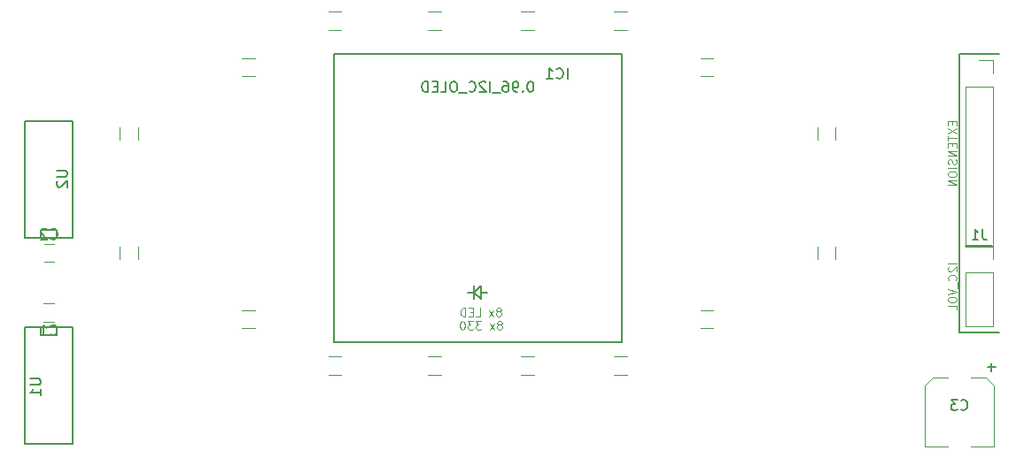
<source format=gbo>
G04 #@! TF.GenerationSoftware,KiCad,Pcbnew,(5.1.5)-3*
G04 #@! TF.CreationDate,2020-03-03T18:46:58+01:00*
G04 #@! TF.ProjectId,8bitWave Faceplate,38626974-5761-4766-9520-46616365706c,rev?*
G04 #@! TF.SameCoordinates,Original*
G04 #@! TF.FileFunction,Legend,Bot*
G04 #@! TF.FilePolarity,Positive*
%FSLAX46Y46*%
G04 Gerber Fmt 4.6, Leading zero omitted, Abs format (unit mm)*
G04 Created by KiCad (PCBNEW (5.1.5)-3) date 2020-03-03 18:46:58*
%MOMM*%
%LPD*%
G04 APERTURE LIST*
%ADD10C,0.200000*%
%ADD11C,0.100000*%
%ADD12C,0.150000*%
%ADD13C,0.120000*%
G04 APERTURE END LIST*
D10*
X120015000Y-116205000D02*
X119380000Y-116205000D01*
X120650000Y-116205000D02*
X121285000Y-116205000D01*
X120650000Y-116840000D02*
X120015000Y-116205000D01*
X120650000Y-115570000D02*
X120650000Y-116840000D01*
X120015000Y-116205000D02*
X120650000Y-115570000D01*
X120015000Y-115570000D02*
X120015000Y-116840000D01*
D11*
X122497619Y-119284761D02*
X122573809Y-119246666D01*
X122611904Y-119208571D01*
X122650000Y-119132380D01*
X122650000Y-119094285D01*
X122611904Y-119018095D01*
X122573809Y-118980000D01*
X122497619Y-118941904D01*
X122345238Y-118941904D01*
X122269047Y-118980000D01*
X122230952Y-119018095D01*
X122192857Y-119094285D01*
X122192857Y-119132380D01*
X122230952Y-119208571D01*
X122269047Y-119246666D01*
X122345238Y-119284761D01*
X122497619Y-119284761D01*
X122573809Y-119322857D01*
X122611904Y-119360952D01*
X122650000Y-119437142D01*
X122650000Y-119589523D01*
X122611904Y-119665714D01*
X122573809Y-119703809D01*
X122497619Y-119741904D01*
X122345238Y-119741904D01*
X122269047Y-119703809D01*
X122230952Y-119665714D01*
X122192857Y-119589523D01*
X122192857Y-119437142D01*
X122230952Y-119360952D01*
X122269047Y-119322857D01*
X122345238Y-119284761D01*
X121926190Y-119741904D02*
X121507142Y-119208571D01*
X121926190Y-119208571D02*
X121507142Y-119741904D01*
X120669047Y-118941904D02*
X120173809Y-118941904D01*
X120440476Y-119246666D01*
X120326190Y-119246666D01*
X120250000Y-119284761D01*
X120211904Y-119322857D01*
X120173809Y-119399047D01*
X120173809Y-119589523D01*
X120211904Y-119665714D01*
X120250000Y-119703809D01*
X120326190Y-119741904D01*
X120554761Y-119741904D01*
X120630952Y-119703809D01*
X120669047Y-119665714D01*
X119907142Y-118941904D02*
X119411904Y-118941904D01*
X119678571Y-119246666D01*
X119564285Y-119246666D01*
X119488095Y-119284761D01*
X119450000Y-119322857D01*
X119411904Y-119399047D01*
X119411904Y-119589523D01*
X119450000Y-119665714D01*
X119488095Y-119703809D01*
X119564285Y-119741904D01*
X119792857Y-119741904D01*
X119869047Y-119703809D01*
X119907142Y-119665714D01*
X118916666Y-118941904D02*
X118840476Y-118941904D01*
X118764285Y-118980000D01*
X118726190Y-119018095D01*
X118688095Y-119094285D01*
X118650000Y-119246666D01*
X118650000Y-119437142D01*
X118688095Y-119589523D01*
X118726190Y-119665714D01*
X118764285Y-119703809D01*
X118840476Y-119741904D01*
X118916666Y-119741904D01*
X118992857Y-119703809D01*
X119030952Y-119665714D01*
X119069047Y-119589523D01*
X119107142Y-119437142D01*
X119107142Y-119246666D01*
X119069047Y-119094285D01*
X119030952Y-119018095D01*
X118992857Y-118980000D01*
X118916666Y-118941904D01*
X122440476Y-118014761D02*
X122516666Y-117976666D01*
X122554761Y-117938571D01*
X122592857Y-117862380D01*
X122592857Y-117824285D01*
X122554761Y-117748095D01*
X122516666Y-117710000D01*
X122440476Y-117671904D01*
X122288095Y-117671904D01*
X122211904Y-117710000D01*
X122173809Y-117748095D01*
X122135714Y-117824285D01*
X122135714Y-117862380D01*
X122173809Y-117938571D01*
X122211904Y-117976666D01*
X122288095Y-118014761D01*
X122440476Y-118014761D01*
X122516666Y-118052857D01*
X122554761Y-118090952D01*
X122592857Y-118167142D01*
X122592857Y-118319523D01*
X122554761Y-118395714D01*
X122516666Y-118433809D01*
X122440476Y-118471904D01*
X122288095Y-118471904D01*
X122211904Y-118433809D01*
X122173809Y-118395714D01*
X122135714Y-118319523D01*
X122135714Y-118167142D01*
X122173809Y-118090952D01*
X122211904Y-118052857D01*
X122288095Y-118014761D01*
X121869047Y-118471904D02*
X121450000Y-117938571D01*
X121869047Y-117938571D02*
X121450000Y-118471904D01*
X120154761Y-118471904D02*
X120535714Y-118471904D01*
X120535714Y-117671904D01*
X119888095Y-118052857D02*
X119621428Y-118052857D01*
X119507142Y-118471904D02*
X119888095Y-118471904D01*
X119888095Y-117671904D01*
X119507142Y-117671904D01*
X119164285Y-118471904D02*
X119164285Y-117671904D01*
X118973809Y-117671904D01*
X118859523Y-117710000D01*
X118783333Y-117786190D01*
X118745238Y-117862380D01*
X118707142Y-118014761D01*
X118707142Y-118129047D01*
X118745238Y-118281428D01*
X118783333Y-118357619D01*
X118859523Y-118433809D01*
X118973809Y-118471904D01*
X119164285Y-118471904D01*
D10*
X166370000Y-93345000D02*
X170180000Y-93345000D01*
X166370000Y-120015000D02*
X166370000Y-93345000D01*
X167005000Y-111760000D02*
X169545000Y-111760000D01*
X170180000Y-120015000D02*
X166370000Y-120015000D01*
D12*
X78613000Y-119507000D02*
X78613000Y-120269000D01*
X78613000Y-120269000D02*
X80137000Y-120269000D01*
X80137000Y-120269000D02*
X80137000Y-119507000D01*
X77089000Y-130683000D02*
X81661000Y-130683000D01*
X81661000Y-130683000D02*
X81661000Y-119507000D01*
X81661000Y-119507000D02*
X77089000Y-119507000D01*
X77089000Y-119507000D02*
X77089000Y-130683000D01*
X134085000Y-120915000D02*
X134085000Y-93315000D01*
X106585000Y-120915000D02*
X134085000Y-120915000D01*
X106585000Y-93315000D02*
X106585000Y-120915000D01*
X106585000Y-93315000D02*
X134085000Y-93315000D01*
D13*
X169605000Y-111820000D02*
X166945000Y-111820000D01*
X169605000Y-96520000D02*
X169605000Y-111820000D01*
X166945000Y-96520000D02*
X166945000Y-111820000D01*
X169605000Y-96520000D02*
X166945000Y-96520000D01*
X169605000Y-95250000D02*
X169605000Y-93920000D01*
X169605000Y-93920000D02*
X168275000Y-93920000D01*
X169605000Y-119440000D02*
X166945000Y-119440000D01*
X169605000Y-114300000D02*
X169605000Y-119440000D01*
X166945000Y-114300000D02*
X166945000Y-119440000D01*
X169605000Y-114300000D02*
X166945000Y-114300000D01*
X169605000Y-113030000D02*
X169605000Y-111700000D01*
X169605000Y-111700000D02*
X168275000Y-111700000D01*
X79855000Y-118960000D02*
X78855000Y-118960000D01*
X78855000Y-117260000D02*
X79855000Y-117260000D01*
X78875000Y-111545000D02*
X79875000Y-111545000D01*
X79875000Y-113245000D02*
X78875000Y-113245000D01*
X169670000Y-130935000D02*
X167490000Y-130935000D01*
X163070000Y-130935000D02*
X165250000Y-130935000D01*
X168910000Y-124335000D02*
X167490000Y-124335000D01*
X163830000Y-124335000D02*
X165250000Y-124335000D01*
X169670000Y-130935000D02*
X169670000Y-125095000D01*
X169670000Y-125095000D02*
X168910000Y-124335000D01*
X163830000Y-124335000D02*
X163070000Y-125095000D01*
X163070000Y-125095000D02*
X163070000Y-130935000D01*
X142840000Y-117865000D02*
X141640000Y-117865000D01*
X141640000Y-119625000D02*
X142840000Y-119625000D01*
X134585000Y-122310000D02*
X133385000Y-122310000D01*
X133385000Y-124070000D02*
X134585000Y-124070000D01*
X125695000Y-122310000D02*
X124495000Y-122310000D01*
X124495000Y-124070000D02*
X125695000Y-124070000D01*
X116805000Y-122310000D02*
X115605000Y-122310000D01*
X115605000Y-124070000D02*
X116805000Y-124070000D01*
X107280000Y-122310000D02*
X106080000Y-122310000D01*
X106080000Y-124070000D02*
X107280000Y-124070000D01*
X99025000Y-117865000D02*
X97825000Y-117865000D01*
X97825000Y-119625000D02*
X99025000Y-119625000D01*
X87875000Y-112995000D02*
X87875000Y-111795000D01*
X86115000Y-111795000D02*
X86115000Y-112995000D01*
X87875000Y-101565000D02*
X87875000Y-100365000D01*
X86115000Y-100365000D02*
X86115000Y-101565000D01*
X97825000Y-95495000D02*
X99025000Y-95495000D01*
X99025000Y-93735000D02*
X97825000Y-93735000D01*
X106080000Y-91050000D02*
X107280000Y-91050000D01*
X107280000Y-89290000D02*
X106080000Y-89290000D01*
X115605000Y-91050000D02*
X116805000Y-91050000D01*
X116805000Y-89290000D02*
X115605000Y-89290000D01*
X125695000Y-89290000D02*
X124495000Y-89290000D01*
X124495000Y-91050000D02*
X125695000Y-91050000D01*
X133385000Y-91050000D02*
X134585000Y-91050000D01*
X134585000Y-89290000D02*
X133385000Y-89290000D01*
X141640000Y-95495000D02*
X142840000Y-95495000D01*
X142840000Y-93735000D02*
X141640000Y-93735000D01*
X152790000Y-100365000D02*
X152790000Y-101565000D01*
X154550000Y-101565000D02*
X154550000Y-100365000D01*
X152790000Y-111795000D02*
X152790000Y-112995000D01*
X154550000Y-112995000D02*
X154550000Y-111795000D01*
D12*
X80137000Y-110998000D02*
X80137000Y-110236000D01*
X80137000Y-110236000D02*
X78613000Y-110236000D01*
X78613000Y-110236000D02*
X78613000Y-110998000D01*
X81661000Y-99822000D02*
X77089000Y-99822000D01*
X77089000Y-99822000D02*
X77089000Y-110998000D01*
X77089000Y-110998000D02*
X81661000Y-110998000D01*
X81661000Y-110998000D02*
X81661000Y-99822000D01*
X77557380Y-124460095D02*
X78366904Y-124460095D01*
X78462142Y-124507714D01*
X78509761Y-124555333D01*
X78557380Y-124650571D01*
X78557380Y-124841047D01*
X78509761Y-124936285D01*
X78462142Y-124983904D01*
X78366904Y-125031523D01*
X77557380Y-125031523D01*
X78557380Y-126031523D02*
X78557380Y-125460095D01*
X78557380Y-125745809D02*
X77557380Y-125745809D01*
X77700238Y-125650571D01*
X77795476Y-125555333D01*
X77843095Y-125460095D01*
X128931190Y-95702380D02*
X128931190Y-94702380D01*
X127883571Y-95607142D02*
X127931190Y-95654761D01*
X128074047Y-95702380D01*
X128169285Y-95702380D01*
X128312142Y-95654761D01*
X128407380Y-95559523D01*
X128455000Y-95464285D01*
X128502619Y-95273809D01*
X128502619Y-95130952D01*
X128455000Y-94940476D01*
X128407380Y-94845238D01*
X128312142Y-94750000D01*
X128169285Y-94702380D01*
X128074047Y-94702380D01*
X127931190Y-94750000D01*
X127883571Y-94797619D01*
X126931190Y-95702380D02*
X127502619Y-95702380D01*
X127216904Y-95702380D02*
X127216904Y-94702380D01*
X127312142Y-94845238D01*
X127407380Y-94940476D01*
X127502619Y-94988095D01*
X125430238Y-95972380D02*
X125335000Y-95972380D01*
X125239761Y-96020000D01*
X125192142Y-96067619D01*
X125144523Y-96162857D01*
X125096904Y-96353333D01*
X125096904Y-96591428D01*
X125144523Y-96781904D01*
X125192142Y-96877142D01*
X125239761Y-96924761D01*
X125335000Y-96972380D01*
X125430238Y-96972380D01*
X125525476Y-96924761D01*
X125573095Y-96877142D01*
X125620714Y-96781904D01*
X125668333Y-96591428D01*
X125668333Y-96353333D01*
X125620714Y-96162857D01*
X125573095Y-96067619D01*
X125525476Y-96020000D01*
X125430238Y-95972380D01*
X124668333Y-96877142D02*
X124620714Y-96924761D01*
X124668333Y-96972380D01*
X124715952Y-96924761D01*
X124668333Y-96877142D01*
X124668333Y-96972380D01*
X124144523Y-96972380D02*
X123954047Y-96972380D01*
X123858809Y-96924761D01*
X123811190Y-96877142D01*
X123715952Y-96734285D01*
X123668333Y-96543809D01*
X123668333Y-96162857D01*
X123715952Y-96067619D01*
X123763571Y-96020000D01*
X123858809Y-95972380D01*
X124049285Y-95972380D01*
X124144523Y-96020000D01*
X124192142Y-96067619D01*
X124239761Y-96162857D01*
X124239761Y-96400952D01*
X124192142Y-96496190D01*
X124144523Y-96543809D01*
X124049285Y-96591428D01*
X123858809Y-96591428D01*
X123763571Y-96543809D01*
X123715952Y-96496190D01*
X123668333Y-96400952D01*
X122811190Y-95972380D02*
X123001666Y-95972380D01*
X123096904Y-96020000D01*
X123144523Y-96067619D01*
X123239761Y-96210476D01*
X123287380Y-96400952D01*
X123287380Y-96781904D01*
X123239761Y-96877142D01*
X123192142Y-96924761D01*
X123096904Y-96972380D01*
X122906428Y-96972380D01*
X122811190Y-96924761D01*
X122763571Y-96877142D01*
X122715952Y-96781904D01*
X122715952Y-96543809D01*
X122763571Y-96448571D01*
X122811190Y-96400952D01*
X122906428Y-96353333D01*
X123096904Y-96353333D01*
X123192142Y-96400952D01*
X123239761Y-96448571D01*
X123287380Y-96543809D01*
X122525476Y-97067619D02*
X121763571Y-97067619D01*
X121525476Y-96972380D02*
X121525476Y-95972380D01*
X121096904Y-96067619D02*
X121049285Y-96020000D01*
X120954047Y-95972380D01*
X120715952Y-95972380D01*
X120620714Y-96020000D01*
X120573095Y-96067619D01*
X120525476Y-96162857D01*
X120525476Y-96258095D01*
X120573095Y-96400952D01*
X121144523Y-96972380D01*
X120525476Y-96972380D01*
X119525476Y-96877142D02*
X119573095Y-96924761D01*
X119715952Y-96972380D01*
X119811190Y-96972380D01*
X119954047Y-96924761D01*
X120049285Y-96829523D01*
X120096904Y-96734285D01*
X120144523Y-96543809D01*
X120144523Y-96400952D01*
X120096904Y-96210476D01*
X120049285Y-96115238D01*
X119954047Y-96020000D01*
X119811190Y-95972380D01*
X119715952Y-95972380D01*
X119573095Y-96020000D01*
X119525476Y-96067619D01*
X119335000Y-97067619D02*
X118573095Y-97067619D01*
X118144523Y-95972380D02*
X117954047Y-95972380D01*
X117858809Y-96020000D01*
X117763571Y-96115238D01*
X117715952Y-96305714D01*
X117715952Y-96639047D01*
X117763571Y-96829523D01*
X117858809Y-96924761D01*
X117954047Y-96972380D01*
X118144523Y-96972380D01*
X118239761Y-96924761D01*
X118335000Y-96829523D01*
X118382619Y-96639047D01*
X118382619Y-96305714D01*
X118335000Y-96115238D01*
X118239761Y-96020000D01*
X118144523Y-95972380D01*
X116811190Y-96972380D02*
X117287380Y-96972380D01*
X117287380Y-95972380D01*
X116477857Y-96448571D02*
X116144523Y-96448571D01*
X116001666Y-96972380D02*
X116477857Y-96972380D01*
X116477857Y-95972380D01*
X116001666Y-95972380D01*
X115573095Y-96972380D02*
X115573095Y-95972380D01*
X115335000Y-95972380D01*
X115192142Y-96020000D01*
X115096904Y-96115238D01*
X115049285Y-96210476D01*
X115001666Y-96400952D01*
X115001666Y-96543809D01*
X115049285Y-96734285D01*
X115096904Y-96829523D01*
X115192142Y-96924761D01*
X115335000Y-96972380D01*
X115573095Y-96972380D01*
D11*
X165677857Y-99822380D02*
X165677857Y-100089047D01*
X166096904Y-100203333D02*
X166096904Y-99822380D01*
X165296904Y-99822380D01*
X165296904Y-100203333D01*
X165296904Y-100470000D02*
X166096904Y-101003333D01*
X165296904Y-101003333D02*
X166096904Y-100470000D01*
X165296904Y-101193809D02*
X165296904Y-101650952D01*
X166096904Y-101422380D02*
X165296904Y-101422380D01*
X165677857Y-101917619D02*
X165677857Y-102184285D01*
X166096904Y-102298571D02*
X166096904Y-101917619D01*
X165296904Y-101917619D01*
X165296904Y-102298571D01*
X166096904Y-102641428D02*
X165296904Y-102641428D01*
X166096904Y-103098571D01*
X165296904Y-103098571D01*
X166058809Y-103441428D02*
X166096904Y-103555714D01*
X166096904Y-103746190D01*
X166058809Y-103822380D01*
X166020714Y-103860476D01*
X165944523Y-103898571D01*
X165868333Y-103898571D01*
X165792142Y-103860476D01*
X165754047Y-103822380D01*
X165715952Y-103746190D01*
X165677857Y-103593809D01*
X165639761Y-103517619D01*
X165601666Y-103479523D01*
X165525476Y-103441428D01*
X165449285Y-103441428D01*
X165373095Y-103479523D01*
X165335000Y-103517619D01*
X165296904Y-103593809D01*
X165296904Y-103784285D01*
X165335000Y-103898571D01*
X166096904Y-104241428D02*
X165296904Y-104241428D01*
X165296904Y-104774761D02*
X165296904Y-104927142D01*
X165335000Y-105003333D01*
X165411190Y-105079523D01*
X165563571Y-105117619D01*
X165830238Y-105117619D01*
X165982619Y-105079523D01*
X166058809Y-105003333D01*
X166096904Y-104927142D01*
X166096904Y-104774761D01*
X166058809Y-104698571D01*
X165982619Y-104622380D01*
X165830238Y-104584285D01*
X165563571Y-104584285D01*
X165411190Y-104622380D01*
X165335000Y-104698571D01*
X165296904Y-104774761D01*
X166096904Y-105460476D02*
X165296904Y-105460476D01*
X166096904Y-105917619D01*
X165296904Y-105917619D01*
D12*
X168608333Y-110152380D02*
X168608333Y-110866666D01*
X168655952Y-111009523D01*
X168751190Y-111104761D01*
X168894047Y-111152380D01*
X168989285Y-111152380D01*
X167608333Y-111152380D02*
X168179761Y-111152380D01*
X167894047Y-111152380D02*
X167894047Y-110152380D01*
X167989285Y-110295238D01*
X168084523Y-110390476D01*
X168179761Y-110438095D01*
D11*
X166096904Y-113398571D02*
X165296904Y-113398571D01*
X165373095Y-113741428D02*
X165335000Y-113779523D01*
X165296904Y-113855714D01*
X165296904Y-114046190D01*
X165335000Y-114122380D01*
X165373095Y-114160476D01*
X165449285Y-114198571D01*
X165525476Y-114198571D01*
X165639761Y-114160476D01*
X166096904Y-113703333D01*
X166096904Y-114198571D01*
X166020714Y-114998571D02*
X166058809Y-114960476D01*
X166096904Y-114846190D01*
X166096904Y-114770000D01*
X166058809Y-114655714D01*
X165982619Y-114579523D01*
X165906428Y-114541428D01*
X165754047Y-114503333D01*
X165639761Y-114503333D01*
X165487380Y-114541428D01*
X165411190Y-114579523D01*
X165335000Y-114655714D01*
X165296904Y-114770000D01*
X165296904Y-114846190D01*
X165335000Y-114960476D01*
X165373095Y-114998571D01*
X166173095Y-115150952D02*
X166173095Y-115760476D01*
X165296904Y-115836666D02*
X166096904Y-116103333D01*
X165296904Y-116370000D01*
X165296904Y-116789047D02*
X165296904Y-116941428D01*
X165335000Y-117017619D01*
X165411190Y-117093809D01*
X165563571Y-117131904D01*
X165830238Y-117131904D01*
X165982619Y-117093809D01*
X166058809Y-117017619D01*
X166096904Y-116941428D01*
X166096904Y-116789047D01*
X166058809Y-116712857D01*
X165982619Y-116636666D01*
X165830238Y-116598571D01*
X165563571Y-116598571D01*
X165411190Y-116636666D01*
X165335000Y-116712857D01*
X165296904Y-116789047D01*
X166096904Y-117855714D02*
X166096904Y-117474761D01*
X165296904Y-117474761D01*
D12*
X79521666Y-120217142D02*
X79569285Y-120264761D01*
X79712142Y-120312380D01*
X79807380Y-120312380D01*
X79950238Y-120264761D01*
X80045476Y-120169523D01*
X80093095Y-120074285D01*
X80140714Y-119883809D01*
X80140714Y-119740952D01*
X80093095Y-119550476D01*
X80045476Y-119455238D01*
X79950238Y-119360000D01*
X79807380Y-119312380D01*
X79712142Y-119312380D01*
X79569285Y-119360000D01*
X79521666Y-119407619D01*
X78569285Y-120312380D02*
X79140714Y-120312380D01*
X78855000Y-120312380D02*
X78855000Y-119312380D01*
X78950238Y-119455238D01*
X79045476Y-119550476D01*
X79140714Y-119598095D01*
X79541666Y-111002142D02*
X79589285Y-111049761D01*
X79732142Y-111097380D01*
X79827380Y-111097380D01*
X79970238Y-111049761D01*
X80065476Y-110954523D01*
X80113095Y-110859285D01*
X80160714Y-110668809D01*
X80160714Y-110525952D01*
X80113095Y-110335476D01*
X80065476Y-110240238D01*
X79970238Y-110145000D01*
X79827380Y-110097380D01*
X79732142Y-110097380D01*
X79589285Y-110145000D01*
X79541666Y-110192619D01*
X79160714Y-110192619D02*
X79113095Y-110145000D01*
X79017857Y-110097380D01*
X78779761Y-110097380D01*
X78684523Y-110145000D01*
X78636904Y-110192619D01*
X78589285Y-110287857D01*
X78589285Y-110383095D01*
X78636904Y-110525952D01*
X79208333Y-111097380D01*
X78589285Y-111097380D01*
X166536666Y-127357142D02*
X166584285Y-127404761D01*
X166727142Y-127452380D01*
X166822380Y-127452380D01*
X166965238Y-127404761D01*
X167060476Y-127309523D01*
X167108095Y-127214285D01*
X167155714Y-127023809D01*
X167155714Y-126880952D01*
X167108095Y-126690476D01*
X167060476Y-126595238D01*
X166965238Y-126500000D01*
X166822380Y-126452380D01*
X166727142Y-126452380D01*
X166584285Y-126500000D01*
X166536666Y-126547619D01*
X166203333Y-126452380D02*
X165584285Y-126452380D01*
X165917619Y-126833333D01*
X165774761Y-126833333D01*
X165679523Y-126880952D01*
X165631904Y-126928571D01*
X165584285Y-127023809D01*
X165584285Y-127261904D01*
X165631904Y-127357142D01*
X165679523Y-127404761D01*
X165774761Y-127452380D01*
X166060476Y-127452380D01*
X166155714Y-127404761D01*
X166203333Y-127357142D01*
X169451428Y-122974047D02*
X169451428Y-123735952D01*
X169832380Y-123355000D02*
X169070476Y-123355000D01*
X80097380Y-104521095D02*
X80906904Y-104521095D01*
X81002142Y-104568714D01*
X81049761Y-104616333D01*
X81097380Y-104711571D01*
X81097380Y-104902047D01*
X81049761Y-104997285D01*
X81002142Y-105044904D01*
X80906904Y-105092523D01*
X80097380Y-105092523D01*
X80192619Y-105521095D02*
X80145000Y-105568714D01*
X80097380Y-105663952D01*
X80097380Y-105902047D01*
X80145000Y-105997285D01*
X80192619Y-106044904D01*
X80287857Y-106092523D01*
X80383095Y-106092523D01*
X80525952Y-106044904D01*
X81097380Y-105473476D01*
X81097380Y-106092523D01*
M02*

</source>
